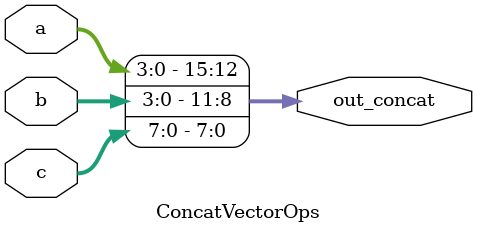
<source format=sv>
module ConcatVectorOps (
    input logic [3:0] a,
    input logic [3:0] b,
    input logic [7:0] c,
    output logic [15:0] out_concat
);
    assign out_concat = {a, b, c};
endmodule


</source>
